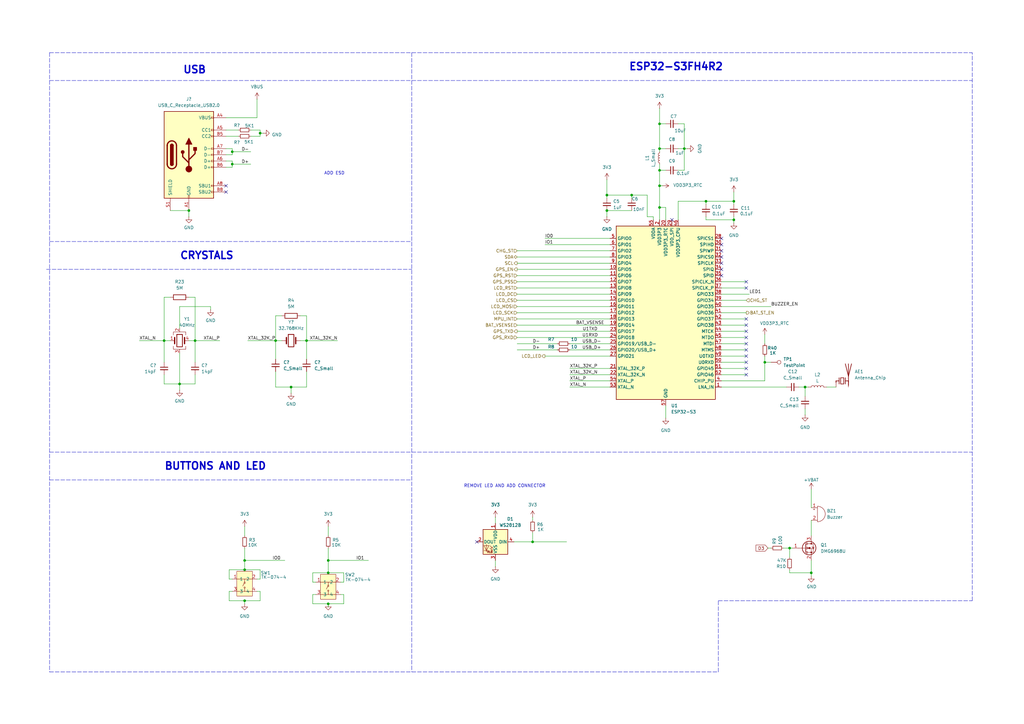
<source format=kicad_sch>
(kicad_sch (version 20231120) (generator "eeschema") (generator_version "8.0")
  (paper "A3")
  (lib_symbols
    (symbol "Connector:TestPoint" (pin_numbers hide) (pin_names (offset 0.762) hide)
      (property "Reference" "TP" (at 0 6.858 0))
      (property "Value" "TestPoint" (at 0 5.08 0))
      (symbol "TestPoint_1_1"
        (pin passive line (at 0 0 90) (length 2.54) (name "1") (number "1"))
      )
    )
    (symbol "Connector:USB_C_Receptacle_USB2.0" (pin_names (offset 1.016))
      (property "Reference" "J" (at -10.16 19.05 0))
      (property "Value" "USB_C_Receptacle_USB2.0" (at 19.05 19.05 0))
      (symbol "USB_C_Receptacle_USB2.0_1_1"
        (pin passive line (at 0 -22.86 90) (length 5.08) (name "GND") (number "A1"))
        (pin passive line (at 0 -22.86 90) (length 5.08) hide (name "GND") (number "A12"))
        (pin passive line (at 15.24 15.24 180) (length 5.08) (name "VBUS") (number "A4"))
        (pin bidirectional line (at 15.24 10.16 180) (length 5.08) (name "CC1") (number "A5"))
        (pin bidirectional line (at 15.24 -2.54 180) (length 5.08) (name "D+") (number "A6"))
        (pin bidirectional line (at 15.24 2.54 180) (length 5.08) (name "D-") (number "A7"))
        (pin bidirectional line (at 15.24 -12.7 180) (length 5.08) (name "SBU1") (number "A8"))
        (pin passive line (at 15.24 15.24 180) (length 5.08) hide (name "VBUS") (number "A9"))
        (pin passive line (at 0 -22.86 90) (length 5.08) hide (name "GND") (number "B1"))
        (pin passive line (at 0 -22.86 90) (length 5.08) hide (name "GND") (number "B12"))
        (pin passive line (at 15.24 15.24 180) (length 5.08) hide (name "VBUS") (number "B4"))
        (pin bidirectional line (at 15.24 7.62 180) (length 5.08) (name "CC2") (number "B5"))
        (pin bidirectional line (at 15.24 -5.08 180) (length 5.08) (name "D+") (number "B6"))
        (pin bidirectional line (at 15.24 0 180) (length 5.08) (name "D-") (number "B7"))
        (pin bidirectional line (at 15.24 -15.24 180) (length 5.08) (name "SBU2") (number "B8"))
        (pin passive line (at 15.24 15.24 180) (length 5.08) hide (name "VBUS") (number "B9"))
        (pin passive line (at -7.62 -22.86 90) (length 5.08) (name "SHIELD") (number "S1"))
      )
    )
    (symbol "Device:Antenna_Chip" (pin_numbers hide) (pin_names (offset 1.016) hide)
      (property "Reference" "AE" (at 0 5.08 0))
      (property "Value" "Antenna_Chip" (at 0 3.175 0))
      (symbol "Antenna_Chip_1_1"
        (pin input line (at -2.54 -2.54 90) (length 2.54) (name "FEED") (number "1"))
        (pin passive line (at 2.54 -2.54 90) (length 2.54) (name "PCB_Trace") (number "2"))
      )
    )
    (symbol "Device:Buzzer" (pin_names (offset 0.0254) hide)
      (property "Reference" "BZ" (at 3.81 1.27 0))
      (property "Value" "Buzzer" (at 3.81 -1.27 0))
      (symbol "Buzzer_1_1"
        (pin passive line (at -2.54 2.54 0) (length 2.54) (name "+") (number "1"))
        (pin passive line (at -2.54 -2.54 0) (length 2.54) (name "-") (number "2"))
      )
    )
    (symbol "Device:C_Small" (pin_numbers hide) (pin_names (offset 0.254) hide)
      (property "Reference" "C" (at 0.254 1.778 0))
      (property "Value" "C_Small" (at 0.254 -2.032 0))
      (symbol "C_Small_1_1"
        (pin passive line (at 0 2.54 270) (length 2.032) (name "~") (number "1"))
        (pin passive line (at 0 -2.54 90) (length 2.032) (name "~") (number "2"))
      )
    )
    (symbol "Device:Crystal" (pin_numbers hide) (pin_names (offset 1.016) hide)
      (property "Reference" "Y" (at 0 3.81 0))
      (property "Value" "Crystal" (at 0 -3.81 0))
      (symbol "Crystal_1_1"
        (pin passive line (at -3.81 0 0) (length 1.27) (name "1") (number "1"))
        (pin passive line (at 3.81 0 180) (length 1.27) (name "2") (number "2"))
      )
    )
    (symbol "Device:Crystal_GND23" (pin_names (offset 1.016) hide)
      (property "Reference" "Y" (at 3.175 5.08 0))
      (property "Value" "Crystal_GND23" (at 3.175 3.175 0))
      (symbol "Crystal_GND23_1_1"
        (pin passive line (at -3.81 0 0) (length 1.27) (name "1") (number "1"))
        (pin passive line (at 0 5.08 270) (length 1.27) (name "2") (number "2"))
        (pin passive line (at 0 -5.08 90) (length 1.27) (name "3") (number "3"))
        (pin passive line (at 3.81 0 180) (length 1.27) (name "4") (number "4"))
      )
    )
    (symbol "Device:L" (pin_numbers hide) (pin_names (offset 1.016) hide)
      (property "Reference" "L" (at -1.27 0 90))
      (property "Value" "L" (at 1.905 0 90))
      (symbol "L_1_1"
        (pin passive line (at 0 3.81 270) (length 1.27) (name "1") (number "1"))
        (pin passive line (at 0 -3.81 90) (length 1.27) (name "2") (number "2"))
      )
    )
    (symbol "Device:L_Small" (pin_numbers hide) (pin_names (offset 0.254) hide)
      (property "Reference" "L" (at 0.762 1.016 0))
      (property "Value" "L_Small" (at 0.762 -1.016 0))
      (symbol "L_Small_1_1"
        (pin passive line (at 0 2.54 270) (length 0.508) (name "~") (number "1"))
        (pin passive line (at 0 -2.54 90) (length 0.508) (name "~") (number "2"))
      )
    )
    (symbol "Device:R" (pin_numbers hide) (pin_names (offset 0))
      (property "Reference" "R" (at 2.032 0 90))
      (property "Value" "R" (at 0 0 90))
      (symbol "R_1_1"
        (pin passive line (at 0 3.81 270) (length 1.27) (name "~") (number "1"))
        (pin passive line (at 0 -3.81 90) (length 1.27) (name "~") (number "2"))
      )
    )
    (symbol "Device:R_Small" (pin_numbers hide) (pin_names (offset 0.254) hide)
      (property "Reference" "R" (at 0.762 0.508 0))
      (property "Value" "R_Small" (at 0.762 -1.016 0))
      (symbol "R_Small_1_1"
        (pin passive line (at 0 2.54 270) (length 0.762) (name "~") (number "1"))
        (pin passive line (at 0 -2.54 90) (length 0.762) (name "~") (number "2"))
      )
    )
    (symbol "LED:WS2812B" (pin_names (offset 0.254))
      (property "Reference" "D" (at 5.08 5.715 0))
      (property "Value" "WS2812B" (at 1.27 -5.715 0))
      (symbol "WS2812B_0_0"
        (text "RGB" (at 2.286 -4.191 0) (effects (font (size 0.762 0.762))))
      )
      (symbol "WS2812B_1_1"
        (pin power_in line (at 0 7.62 270) (length 2.54) (name "VDD") (number "1"))
        (pin output line (at 7.62 0 180) (length 2.54) (name "DOUT") (number "2"))
        (pin power_in line (at 0 -7.62 90) (length 2.54) (name "VSS") (number "3"))
        (pin input line (at -7.62 0 0) (length 2.54) (name "DIN") (number "4"))
      )
    )
    (symbol "MCU_Espressif:ESP32-S3"
      (property "Reference" "U" (at 10.16 -38.1 0))
      (property "Value" "ESP32-S3" (at 13.97 -40.64 0))
      (symbol "ESP32-S3_1_0"
        (pin bidirectional line (at 22.86 12.7 180) (length 2.54) (name "SPICLK_N") (number "36"))
        (pin bidirectional line (at 22.86 -10.16 180) (length 2.54) (name "MTDO") (number "45"))
        (pin bidirectional line (at 22.86 -22.86 180) (length 2.54) (name "GPIO45") (number "51"))
        (pin passive line (at -5.08 38.1 270) (length 2.54) hide (name "VDDA") (number "56"))
      )
      (symbol "ESP32-S3_1_1"
        (pin bidirectional line (at 22.86 -30.48 180) (length 2.54) (name "LNA_IN") (number "1"))
        (pin bidirectional line (at -22.86 17.78 0) (length 2.54) (name "GPIO5") (number "10"))
        (pin bidirectional line (at -22.86 15.24 0) (length 2.54) (name "GPIO6") (number "11"))
        (pin bidirectional line (at -22.86 12.7 0) (length 2.54) (name "GPIO7") (number "12"))
        (pin bidirectional line (at -22.86 10.16 0) (length 2.54) (name "GPIO8") (number "13"))
        (pin bidirectional line (at -22.86 7.62 0) (length 2.54) (name "GPIO9") (number "14"))
        (pin bidirectional line (at -22.86 5.08 0) (length 2.54) (name "GPIO10") (number "15"))
        (pin bidirectional line (at -22.86 2.54 0) (length 2.54) (name "GPIO11") (number "16"))
        (pin bidirectional line (at -22.86 0 0) (length 2.54) (name "GPIO12") (number "17"))
        (pin bidirectional line (at -22.86 -2.54 0) (length 2.54) (name "GPIO13") (number "18"))
        (pin bidirectional line (at -22.86 -5.08 0) (length 2.54) (name "GPIO14") (number "19"))
        (pin power_in line (at -2.54 38.1 270) (length 2.54) (name "VDD3P3") (number "2"))
        (pin power_in line (at 0 38.1 270) (length 2.54) (name "VDD3P3_RTC") (number "20"))
        (pin passive line (at -22.86 -22.86 0) (length 2.54) (name "XTAL_32K_P") (number "21"))
        (pin passive line (at -22.86 -25.4 0) (length 2.54) (name "XTAL_32K_N") (number "22"))
        (pin bidirectional line (at -22.86 -7.62 0) (length 2.54) (name "GPIO17") (number "23"))
        (pin bidirectional line (at -22.86 -10.16 0) (length 2.54) (name "GPIO18") (number "24"))
        (pin bidirectional line (at -22.86 -12.7 0) (length 2.54) (name "GPIO19/USB_D-") (number "25"))
        (pin bidirectional line (at -22.86 -15.24 0) (length 2.54) (name "GPIO20/USB_D+") (number "26"))
        (pin bidirectional line (at -22.86 -17.78 0) (length 2.54) (name "GPIO21") (number "27"))
        (pin bidirectional line (at 22.86 30.48 180) (length 2.54) (name "SPICS1") (number "28"))
        (pin power_in line (at 2.54 38.1 270) (length 2.54) (name "VDD_SPI") (number "29"))
        (pin passive line (at -2.54 38.1 270) (length 2.54) hide (name "VDD3P3") (number "3"))
        (pin bidirectional line (at 22.86 27.94 180) (length 2.54) (name "SPIHD") (number "30"))
        (pin bidirectional line (at 22.86 25.4 180) (length 2.54) (name "SPIWP") (number "31"))
        (pin bidirectional line (at 22.86 22.86 180) (length 2.54) (name "SPICS0") (number "32"))
        (pin bidirectional line (at 22.86 20.32 180) (length 2.54) (name "SPICLK") (number "33"))
        (pin bidirectional line (at 22.86 17.78 180) (length 2.54) (name "SPIQ") (number "34"))
        (pin bidirectional line (at 22.86 15.24 180) (length 2.54) (name "SPID") (number "35"))
        (pin bidirectional line (at 22.86 10.16 180) (length 2.54) (name "SPICLK_P") (number "37"))
        (pin bidirectional line (at 22.86 7.62 180) (length 2.54) (name "GPIO33") (number "38"))
        (pin bidirectional line (at 22.86 5.08 180) (length 2.54) (name "GPIO34") (number "39"))
        (pin input line (at 22.86 -27.94 180) (length 2.54) (name "CHIP_PU") (number "4"))
        (pin bidirectional line (at 22.86 2.54 180) (length 2.54) (name "GPIO35") (number "40"))
        (pin bidirectional line (at 22.86 0 180) (length 2.54) (name "GPIO36") (number "41"))
        (pin bidirectional line (at 22.86 -2.54 180) (length 2.54) (name "GPIO37") (number "42"))
        (pin bidirectional line (at 22.86 -5.08 180) (length 2.54) (name "GPIO38") (number "43"))
        (pin bidirectional line (at 22.86 -7.62 180) (length 2.54) (name "MTCK") (number "44"))
        (pin power_in line (at 5.08 38.1 270) (length 2.54) (name "VDD3P3_CPU") (number "46"))
        (pin bidirectional line (at 22.86 -12.7 180) (length 2.54) (name "MTDI") (number "47"))
        (pin bidirectional line (at 22.86 -15.24 180) (length 2.54) (name "MTMS") (number "48"))
        (pin bidirectional line (at 22.86 -17.78 180) (length 2.54) (name "U0TXD") (number "49"))
        (pin bidirectional line (at -22.86 30.48 0) (length 2.54) (name "GPIO0") (number "5"))
        (pin bidirectional line (at 22.86 -20.32 180) (length 2.54) (name "U0RXD") (number "50"))
        (pin bidirectional line (at 22.86 -25.4 180) (length 2.54) (name "GPIO46") (number "52"))
        (pin output line (at -22.86 -30.48 0) (length 2.54) (name "XTAL_N") (number "53"))
        (pin input line (at -22.86 -27.94 0) (length 2.54) (name "XTAL_P") (number "54"))
        (pin power_in line (at -5.08 38.1 270) (length 2.54) (name "VDDA") (number "55"))
        (pin power_in line (at 0 -38.1 90) (length 2.54) (name "GND") (number "57"))
        (pin bidirectional line (at -22.86 27.94 0) (length 2.54) (name "GPIO1") (number "6"))
        (pin bidirectional line (at -22.86 25.4 0) (length 2.54) (name "GPIO2") (number "7"))
        (pin bidirectional line (at -22.86 22.86 0) (length 2.54) (name "GPIO3") (number "8"))
        (pin bidirectional line (at -22.86 20.32 0) (length 2.54) (name "GPIO4") (number "9"))
      )
    )
    (symbol "OLED_WATCH-rescue:GND-power" (power) (pin_names (offset 0))
      (property "Value" "power_GND" (at 0 -3.81 0))
      (symbol "GND-power_1_1"
        (pin power_in line (at 0 0 270) (length 0) hide (name "GND") (number "1"))
      )
    )
    (symbol "SWITCH:Tact_Switch-TK-074-4"
      (property "Reference" "SW" (at -2.286 8.636 0))
      (property "Value" "TK-074-4" (at 1.524 6.858 0))
      (symbol "Tact_Switch-TK-074-4_0_1"
        (pin passive line (at -5.08 2.54 0) (length 2.54) (name "1") (number "1"))
        (pin passive line (at 5.08 2.54 180) (length 2.54) (name "2") (number "2"))
        (pin passive line (at -5.08 -2.54 0) (length 2.54) (name "3") (number "3"))
        (pin passive line (at 5.08 -2.54 180) (length 2.54) (name "4") (number "4"))
      )
    )
    (symbol "Transistor_FET:DMG2302U" (pin_names hide)
      (property "Reference" "Q" (at 5.08 1.905 0))
      (property "Value" "DMG2302U" (at 5.08 0 0))
      (symbol "DMG2302U_1_1"
        (pin input line (at -5.08 0 0) (length 2.54) (name "G") (number "1"))
        (pin passive line (at 2.54 -5.08 90) (length 2.54) (name "S") (number "2"))
        (pin passive line (at 2.54 5.08 270) (length 2.54) (name "D") (number "3"))
      )
    )
    (symbol "power:+5V" (power) (pin_numbers hide) (pin_names (offset 0) hide)
      (property "Value" "+5V" (at 0 3.556 0))
      (symbol "+5V_1_1"
        (pin power_in line (at 0 0 90) (length 0) (name "~") (number "1"))
      )
    )
    (symbol "power:GND" (power) (pin_numbers hide) (pin_names (offset 0) hide)
      (property "Value" "GND" (at 0 -3.81 0))
      (symbol "GND_1_1"
        (pin power_in line (at 0 0 270) (length 0) (name "~") (number "1"))
      )
    )
    (symbol "power:VBUS" (power) (pin_numbers hide) (pin_names (offset 0) hide)
      (property "Value" "VBUS" (at 0 3.556 0))
      (symbol "VBUS_1_1"
        (pin power_in line (at 0 0 90) (length 0) (name "~") (number "1"))
      )
    )
    (symbol "power:VDC" (power) (pin_numbers hide) (pin_names (offset 0) hide)
      (property "Value" "VDC" (at 0 3.556 0))
      (symbol "VDC_1_1"
        (pin power_in line (at 0 0 90) (length 0) (name "~") (number "1"))
      )
    )
  )
  (junction (at 67.31 139.7))
  (junction (at 280.67 60.96))
  (junction (at 259.08 80.01))
  (junction (at 134.62 234.95))
  (junction (at 248.92 80.01))
  (junction (at 300.99 90.17))
  (junction (at 100.33 229.87))
  (junction (at 134.62 229.87))
  (junction (at 289.56 82.55))
  (junction (at 330.2 158.75))
  (junction (at 119.38 158.75))
  (junction (at 73.66 157.48))
  (junction (at 270.51 69.85))
  (junction (at 218.44 222.25))
  (junction (at 80.01 139.7))
  (junction (at 100.33 246.38))
  (junction (at 106.68 54.61))
  (junction (at 332.74 234.95))
  (junction (at 270.51 76.2))
  (junction (at 113.03 139.7))
  (junction (at 95.25 67.31))
  (junction (at 134.62 247.65))
  (junction (at 77.47 86.36))
  (junction (at 323.85 224.79))
  (junction (at 270.51 60.96))
  (junction (at 270.51 50.8))
  (junction (at 300.99 82.55))
  (junction (at 95.25 62.23))
  (junction (at 313.69 148.59))
  (junction (at 125.73 139.7))
  (junction (at 248.92 86.36))
  (junction (at 100.33 233.68))
  (junction (at 270.51 85.09))
  (no_connect (at 295.91 102.87))
  (no_connect (at 92.71 76.2))
  (no_connect (at 295.91 110.49))
  (no_connect (at 306.07 118.11))
  (no_connect (at 306.07 146.05))
  (no_connect (at 295.91 113.03))
  (no_connect (at 306.07 133.35))
  (no_connect (at 295.91 105.41))
  (no_connect (at 295.91 107.95))
  (no_connect (at 306.07 153.67))
  (no_connect (at 306.07 143.51))
  (no_connect (at 306.07 138.43))
  (no_connect (at 295.91 100.33))
  (no_connect (at 275.59 90.17))
  (no_connect (at 195.58 222.25))
  (no_connect (at 306.07 151.13))
  (no_connect (at 306.07 130.81))
  (no_connect (at 306.07 140.97))
  (no_connect (at 306.07 115.57))
  (no_connect (at 306.07 148.59))
  (no_connect (at 92.71 78.74))
  (no_connect (at 295.91 97.79))
  (no_connect (at 306.07 135.89))
  (wire (pts (xy 323.85 228.6) (xy 323.85 224.79)))
  (wire (pts (xy 295.91 135.89) (xy 306.07 135.89)))
  (wire (pts (xy 100.33 224.79) (xy 100.33 229.87)))
  (polyline (pts (xy 19.05 110.49) (xy 168.91 110.49)) (stroke (width 0) (type dash)))
  (wire (pts (xy 80.01 139.7) (xy 90.17 139.7)))
  (wire (pts (xy 100.33 229.87) (xy 100.33 233.68)))
  (wire (pts (xy 57.15 139.7) (xy 67.31 139.7)))
  (polyline (pts (xy 294.64 246.38) (xy 398.78 246.38)) (stroke (width 0) (type dash)))
  (wire (pts (xy 295.91 120.65) (xy 307.34 120.65)))
  (wire (pts (xy 139.7 238.76) (xy 140.97 238.76)))
  (wire (pts (xy 289.56 90.17) (xy 289.56 88.9)))
  (wire (pts (xy 95.25 62.23) (xy 102.87 62.23)))
  (wire (pts (xy 128.27 247.65) (xy 134.62 247.65)))
  (wire (pts (xy 67.31 153.67) (xy 67.31 157.48)))
  (wire (pts (xy 80.01 139.7) (xy 80.01 148.59)))
  (wire (pts (xy 139.7 243.84) (xy 140.97 243.84)))
  (wire (pts (xy 233.68 156.21) (xy 250.19 156.21)))
  (wire (pts (xy 233.68 151.13) (xy 250.19 151.13)))
  (polyline (pts (xy 20.32 21.59) (xy 397.51 21.59)) (stroke (width 0) (type dash)))
  (wire (pts (xy 113.03 139.7) (xy 113.03 147.32)))
  (wire (pts (xy 295.91 118.11) (xy 306.07 118.11)))
  (wire (pts (xy 106.68 54.61) (xy 106.68 55.88)))
  (wire (pts (xy 259.08 80.01) (xy 248.92 80.01)))
  (wire (pts (xy 259.08 80.01) (xy 259.08 81.28)))
  (wire (pts (xy 212.09 135.89) (xy 250.19 135.89)))
  (wire (pts (xy 113.03 158.75) (xy 119.38 158.75)))
  (wire (pts (xy 295.91 146.05) (xy 306.07 146.05)))
  (wire (pts (xy 313.69 146.05) (xy 313.69 148.59)))
  (wire (pts (xy 295.91 123.19) (xy 306.07 123.19)))
  (wire (pts (xy 73.66 134.62) (xy 73.66 125.73)))
  (wire (pts (xy 278.13 69.85) (xy 280.67 69.85)))
  (wire (pts (xy 339.09 158.75) (xy 342.9 158.75)))
  (wire (pts (xy 106.68 55.88) (xy 102.87 55.88)))
  (wire (pts (xy 77.47 139.7) (xy 80.01 139.7)))
  (wire (pts (xy 270.51 85.09) (xy 270.51 90.17)))
  (wire (pts (xy 100.33 246.38) (xy 100.33 247.65)))
  (wire (pts (xy 128.27 238.76) (xy 129.54 238.76)))
  (wire (pts (xy 321.31 224.79) (xy 323.85 224.79)))
  (wire (pts (xy 116.84 229.87) (xy 100.33 229.87)))
  (polyline (pts (xy 397.51 21.59) (xy 398.78 21.59)) (stroke (width 0) (type dash)))
  (wire (pts (xy 140.97 238.76) (xy 140.97 234.95)))
  (polyline (pts (xy 20.32 196.85) (xy 168.91 196.85)) (stroke (width 0) (type dash)))
  (wire (pts (xy 295.91 140.97) (xy 306.07 140.97)))
  (wire (pts (xy 106.68 237.49) (xy 106.68 233.68)))
  (wire (pts (xy 223.52 97.79) (xy 250.19 97.79)))
  (wire (pts (xy 128.27 234.95) (xy 134.62 234.95)))
  (wire (pts (xy 140.97 243.84) (xy 140.97 247.65)))
  (polyline (pts (xy 20.32 275.59) (xy 294.64 275.59)) (stroke (width 0) (type dash)))
  (wire (pts (xy 212.09 140.97) (xy 228.6 140.97)))
  (wire (pts (xy 300.99 83.82) (xy 300.99 82.55)))
  (wire (pts (xy 314.96 224.79) (xy 316.23 224.79)))
  (wire (pts (xy 212.09 123.19) (xy 250.19 123.19)))
  (wire (pts (xy 212.09 130.81) (xy 250.19 130.81)))
  (wire (pts (xy 289.56 82.55) (xy 300.99 82.55)))
  (wire (pts (xy 332.74 200.66) (xy 332.74 208.28)))
  (polyline (pts (xy 20.32 33.02) (xy 398.78 33.02)) (stroke (width 0) (type dash)))
  (wire (pts (xy 270.51 69.85) (xy 270.51 76.2)))
  (wire (pts (xy 92.71 63.5) (xy 95.25 63.5)))
  (wire (pts (xy 267.97 88.9) (xy 267.97 90.17)))
  (wire (pts (xy 278.13 82.55) (xy 278.13 90.17)))
  (wire (pts (xy 270.51 69.85) (xy 270.51 67.31)))
  (wire (pts (xy 95.25 60.96) (xy 95.25 62.23)))
  (polyline (pts (xy 20.32 185.42) (xy 398.78 185.42)) (stroke (width 0) (type dash)))
  (wire (pts (xy 119.38 158.75) (xy 119.38 161.29)))
  (wire (pts (xy 86.36 125.73) (xy 86.36 127)))
  (wire (pts (xy 265.43 80.01) (xy 259.08 80.01)))
  (wire (pts (xy 295.91 153.67) (xy 306.07 153.67)))
  (wire (pts (xy 67.31 139.7) (xy 69.85 139.7)))
  (wire (pts (xy 203.2 212.09) (xy 203.2 214.63)))
  (wire (pts (xy 313.69 137.16) (xy 313.69 140.97)))
  (wire (pts (xy 278.13 82.55) (xy 289.56 82.55)))
  (wire (pts (xy 313.69 148.59) (xy 313.69 156.21)))
  (wire (pts (xy 105.41 48.26) (xy 105.41 40.64)))
  (wire (pts (xy 289.56 90.17) (xy 300.99 90.17)))
  (wire (pts (xy 212.09 110.49) (xy 250.19 110.49)))
  (wire (pts (xy 300.99 90.17) (xy 300.99 88.9)))
  (wire (pts (xy 270.51 50.8) (xy 270.51 60.96)))
  (wire (pts (xy 212.09 138.43) (xy 250.19 138.43)))
  (wire (pts (xy 218.44 212.09) (xy 218.44 213.36)))
  (wire (pts (xy 212.09 125.73) (xy 250.19 125.73)))
  (wire (pts (xy 330.2 158.75) (xy 331.47 158.75)))
  (wire (pts (xy 289.56 82.55) (xy 289.56 83.82)))
  (wire (pts (xy 125.73 139.7) (xy 125.73 147.32)))
  (wire (pts (xy 270.51 85.09) (xy 273.05 85.09)))
  (wire (pts (xy 248.92 80.01) (xy 248.92 81.28)))
  (polyline (pts (xy 20.32 21.59) (xy 20.32 275.59)) (stroke (width 0) (type dash)))
  (wire (pts (xy 218.44 222.25) (xy 218.44 218.44)))
  (wire (pts (xy 140.97 234.95) (xy 134.62 234.95)))
  (wire (pts (xy 134.62 215.9) (xy 134.62 219.71)))
  (wire (pts (xy 270.51 62.23) (xy 270.51 60.96)))
  (wire (pts (xy 73.66 144.78) (xy 73.66 157.48)))
  (polyline (pts (xy 168.91 21.59) (xy 168.91 275.59)) (stroke (width 0) (type dash)))
  (wire (pts (xy 278.13 50.8) (xy 280.67 50.8)))
  (wire (pts (xy 273.05 90.17) (xy 273.05 85.09)))
  (wire (pts (xy 95.25 67.31) (xy 102.87 67.31)))
  (wire (pts (xy 271.78 76.2) (xy 270.51 76.2)))
  (wire (pts (xy 212.09 107.95) (xy 250.19 107.95)))
  (wire (pts (xy 95.25 237.49) (xy 93.98 237.49)))
  (wire (pts (xy 295.91 138.43) (xy 306.07 138.43)))
  (wire (pts (xy 332.74 213.36) (xy 332.74 219.71)))
  (wire (pts (xy 212.09 143.51) (xy 228.6 143.51)))
  (wire (pts (xy 125.73 129.54) (xy 125.73 139.7)))
  (wire (pts (xy 100.33 246.38) (xy 106.68 246.38)))
  (wire (pts (xy 295.91 151.13) (xy 306.07 151.13)))
  (wire (pts (xy 92.71 60.96) (xy 95.25 60.96)))
  (wire (pts (xy 67.31 139.7) (xy 67.31 148.59)))
  (polyline (pts (xy 398.78 246.38) (xy 398.78 21.59)) (stroke (width 0) (type dash)))
  (wire (pts (xy 69.85 86.36) (xy 77.47 86.36)))
  (wire (pts (xy 92.71 53.34) (xy 97.79 53.34)))
  (wire (pts (xy 270.51 44.45) (xy 270.51 50.8)))
  (wire (pts (xy 223.52 146.05) (xy 250.19 146.05)))
  (wire (pts (xy 327.66 158.75) (xy 330.2 158.75)))
  (wire (pts (xy 113.03 139.7) (xy 115.57 139.7)))
  (wire (pts (xy 265.43 88.9) (xy 267.97 88.9)))
  (wire (pts (xy 77.47 86.36) (xy 77.47 88.9)))
  (wire (pts (xy 323.85 234.95) (xy 332.74 234.95)))
  (wire (pts (xy 73.66 157.48) (xy 80.01 157.48)))
  (wire (pts (xy 100.33 215.9) (xy 100.33 219.71)))
  (wire (pts (xy 113.03 139.7) (xy 113.03 129.54)))
  (wire (pts (xy 123.19 139.7) (xy 125.73 139.7)))
  (wire (pts (xy 119.38 158.75) (xy 125.73 158.75)))
  (wire (pts (xy 106.68 54.61) (xy 107.95 54.61)))
  (wire (pts (xy 270.51 69.85) (xy 273.05 69.85)))
  (wire (pts (xy 212.09 133.35) (xy 250.19 133.35)))
  (wire (pts (xy 295.91 115.57) (xy 306.07 115.57)))
  (wire (pts (xy 134.62 229.87) (xy 134.62 234.95)))
  (wire (pts (xy 80.01 121.92) (xy 80.01 139.7)))
  (wire (pts (xy 203.2 229.87) (xy 203.2 232.41)))
  (wire (pts (xy 95.25 68.58) (xy 92.71 68.58)))
  (wire (pts (xy 248.92 86.36) (xy 248.92 88.9)))
  (wire (pts (xy 295.91 143.51) (xy 306.07 143.51)))
  (wire (pts (xy 273.05 171.45) (xy 273.05 166.37)))
  (wire (pts (xy 223.52 100.33) (xy 250.19 100.33)))
  (wire (pts (xy 212.09 118.11) (xy 250.19 118.11)))
  (wire (pts (xy 295.91 148.59) (xy 306.07 148.59)))
  (wire (pts (xy 128.27 238.76) (xy 128.27 234.95)))
  (wire (pts (xy 92.71 48.26) (xy 105.41 48.26)))
  (wire (pts (xy 295.91 130.81) (xy 306.07 130.81)))
  (wire (pts (xy 295.91 156.21) (xy 313.69 156.21)))
  (wire (pts (xy 218.44 222.25) (xy 232.41 222.25)))
  (wire (pts (xy 233.68 158.75) (xy 250.19 158.75)))
  (wire (pts (xy 123.19 129.54) (xy 125.73 129.54)))
  (wire (pts (xy 92.71 55.88) (xy 97.79 55.88)))
  (wire (pts (xy 151.13 229.87) (xy 134.62 229.87)))
  (wire (pts (xy 125.73 152.4) (xy 125.73 158.75)))
  (wire (pts (xy 93.98 246.38) (xy 100.33 246.38)))
  (wire (pts (xy 93.98 237.49) (xy 93.98 233.68)))
  (wire (pts (xy 106.68 53.34) (xy 106.68 54.61)))
  (wire (pts (xy 323.85 233.68) (xy 323.85 234.95)))
  (wire (pts (xy 248.92 73.66) (xy 248.92 80.01)))
  (wire (pts (xy 332.74 229.87) (xy 332.74 234.95)))
  (wire (pts (xy 77.47 121.92) (xy 80.01 121.92)))
  (wire (pts (xy 273.05 60.96) (xy 270.51 60.96)))
  (wire (pts (xy 134.62 247.65) (xy 134.62 248.92)))
  (wire (pts (xy 212.09 113.03) (xy 250.19 113.03)))
  (wire (pts (xy 95.25 242.57) (xy 93.98 242.57)))
  (wire (pts (xy 295.91 125.73) (xy 316.23 125.73)))
  (wire (pts (xy 330.2 158.75) (xy 330.2 162.56)))
  (wire (pts (xy 212.09 115.57) (xy 250.19 115.57)))
  (wire (pts (xy 134.62 247.65) (xy 140.97 247.65)))
  (polyline (pts (xy 294.64 275.59) (xy 294.64 246.38)) (stroke (width 0) (type dash)))
  (wire (pts (xy 295.91 133.35) (xy 306.07 133.35)))
  (wire (pts (xy 93.98 233.68) (xy 100.33 233.68)))
  (wire (pts (xy 113.03 129.54) (xy 115.57 129.54)))
  (wire (pts (xy 210.82 222.25) (xy 218.44 222.25)))
  (wire (pts (xy 212.09 105.41) (xy 250.19 105.41)))
  (wire (pts (xy 295.91 128.27) (xy 306.07 128.27)))
  (wire (pts (xy 295.91 158.75) (xy 322.58 158.75)))
  (wire (pts (xy 93.98 242.57) (xy 93.98 246.38)))
  (wire (pts (xy 105.41 242.57) (xy 106.68 242.57)))
  (wire (pts (xy 212.09 102.87) (xy 250.19 102.87)))
  (wire (pts (xy 101.6 139.7) (xy 113.03 139.7)))
  (wire (pts (xy 106.68 233.68) (xy 100.33 233.68)))
  (wire (pts (xy 280.67 69.85) (xy 280.67 60.96)))
  (wire (pts (xy 125.73 139.7) (xy 138.43 139.7)))
  (wire (pts (xy 95.25 62.23) (xy 95.25 63.5)))
  (wire (pts (xy 270.51 76.2) (xy 270.51 85.09)))
  (wire (pts (xy 300.99 78.74) (xy 300.99 82.55)))
  (wire (pts (xy 69.85 121.92) (xy 67.31 121.92)))
  (wire (pts (xy 233.68 143.51) (xy 250.19 143.51)))
  (wire (pts (xy 212.09 128.27) (xy 250.19 128.27)))
  (wire (pts (xy 73.66 157.48) (xy 73.66 160.02)))
  (wire (pts (xy 80.01 153.67) (xy 80.01 157.48)))
  (wire (pts (xy 248.92 86.36) (xy 259.08 86.36)))
  (wire (pts (xy 113.03 152.4) (xy 113.03 158.75)))
  (wire (pts (xy 280.67 60.96) (xy 281.94 60.96)))
  (wire (pts (xy 67.31 157.48) (xy 73.66 157.48)))
  (wire (pts (xy 265.43 80.01) (xy 265.43 88.9)))
  (wire (pts (xy 128.27 243.84) (xy 129.54 243.84)))
  (wire (pts (xy 323.85 224.79) (xy 325.12 224.79)))
  (wire (pts (xy 102.87 53.34) (xy 106.68 53.34)))
  (wire (pts (xy 332.74 236.22) (xy 332.74 234.95)))
  (wire (pts (xy 95.25 66.04) (xy 95.25 67.31)))
  (wire (pts (xy 134.62 224.79) (xy 134.62 229.87)))
  (wire (pts (xy 300.99 91.44) (xy 300.99 90.17)))
  (wire (pts (xy 330.2 167.64) (xy 330.2 170.18)))
  (wire (pts (xy 316.23 148.59) (xy 313.69 148.59)))
  (wire (pts (xy 106.68 242.57) (xy 106.68 246.38)))
  (wire (pts (xy 273.05 50.8) (xy 270.51 50.8)))
  (wire (pts (xy 95.25 67.31) (xy 95.25 68.58)))
  (wire (pts (xy 73.66 125.73) (xy 86.36 125.73)))
  (wire (pts (xy 105.41 237.49) (xy 106.68 237.49)))
  (wire (pts (xy 67.31 121.92) (xy 67.31 139.7)))
  (wire (pts (xy 212.09 120.65) (xy 250.19 120.65)))
  (wire (pts (xy 278.13 60.96) (xy 280.67 60.96)))
  (wire (pts (xy 280.67 50.8) (xy 280.67 60.96)))
  (wire (pts (xy 233.68 140.97) (xy 250.19 140.97)))
  (wire (pts (xy 128.27 243.84) (xy 128.27 247.65)))
  (wire (pts (xy 233.68 153.67) (xy 250.19 153.67)))
  (wire (pts (xy 92.71 66.04) (xy 95.25 66.04)))
  (polyline (pts (xy 20.32 99.06) (xy 168.91 99.06)) (stroke (width 0) (type dash)))
  (text "USB" (at 74.93 30.48 0) (effects (font (size 3 3) (bold yes)) (justify left bottom)))
  (text "CRYSTALS" (at 73.66 106.68 0) (effects (font (size 3 3) (bold yes)) (justify left bottom)))
  (text "BUTTONS AND LED" (at 67.31 193.04 0) (effects (font (size 3 3) (bold yes)) (justify left bottom)))
  (text "ESP32-S3FH4R2" (at 257.81 29.21 0) (effects (font (size 3 3) (bold yes)) (justify left bottom)))
  (text "REMOVE LED AND ADD CONNECTOR\n" (at 207.01 199.39 0) (effects (font (size 1.27 1.27))))
  (text "ADD ESD\n" (at 137.16 71.12 0) (effects (font (size 1.27 1.27))))
  (label "IO0" (at 111.76 229.87 0))
  (label "XTAL_32K_N" (at 233.68 153.67 0))
  (label "XTAL_N" (at 57.15 139.7 0))
  (label "USB_D-" (at 238.76 140.97 0))
  (label "IO1" (at 146.05 229.87 0))
  (label "BAT_VSENSE" (at 236.22 133.35 0))
  (label "XTAL_32K_P" (at 233.68 151.13 0))
  (label "IO1" (at 223.52 100.33 0))
  (label "USB_D+" (at 238.76 143.51 0))
  (label "IO0" (at 223.52 97.79 0))
  (label "D-" (at 218.44 140.97 0))
  (label "XTAL_32K_N" (at 138.43 139.7 180))
  (label "U1TXD" (at 245.11 135.89 180))
  (label "XTAL_P" (at 90.17 139.7 180))
  (label "D+" (at 99.06 67.31 0))
  (label "D-" (at 99.06 62.23 0))
  (label "D+" (at 218.44 143.51 0))
  (label "U1RXD" (at 238.76 138.43 0))
  (label "XTAL_32K_P" (at 101.6 139.7 0))
  (label "XTAL_N" (at 233.68 158.75 0))
  (label "XTAL_P" (at 233.68 156.21 0))
  (label "LED1" (at 307.34 120.65 0))
  (label "BUZZER_EN" (at 316.23 125.73 0))
  (global_label "D3" (shape input) (at 314.96 224.79 180) (property "Intersheetrefs" "${INTERSHEET_REFS}" (effects (hide yes))))
  (hierarchical_label "GPS_RXD" (shape input) (at 212.09 138.43 180))
  (hierarchical_label "GPS_TXD" (shape output) (at 212.09 135.89 180))
  (hierarchical_label "BAT_VSENSE" (shape input) (at 212.09 133.35 180))
  (hierarchical_label "GPS_PSS" (shape input) (at 212.09 115.57 180))
  (hierarchical_label "CHG_ST" (shape input) (at 212.09 102.87 180))
  (hierarchical_label "SCL" (shape output) (at 212.09 107.95 180))
  (hierarchical_label "MPU_INT" (shape input) (at 212.09 130.81 180))
  (hierarchical_label "LCD_SCK" (shape input) (at 212.09 128.27 180))
  (hierarchical_label "SDA" (shape bidirectional) (at 212.09 105.41 180))
  (hierarchical_label "LCD_CS" (shape input) (at 212.09 123.19 180))
  (hierarchical_label "GPS_EN" (shape output) (at 212.09 110.49 180))
  (hierarchical_label "LCD_DC" (shape input) (at 212.09 120.65 180))
  (hierarchical_label "LCD_LED" (shape output) (at 223.52 146.05 180))
  (hierarchical_label "BAT_ST_EN" (shape output) (at 306.07 128.27 0))
  (hierarchical_label "CHG_ST" (shape input) (at 306.07 123.19 0))
  (hierarchical_label "LCD_RST" (shape input) (at 212.09 118.11 180))
  (hierarchical_label "LCD_MOSI" (shape input) (at 212.09 125.73 180))
  (hierarchical_label "GPS_RST" (shape input) (at 212.09 113.03 180))
  (symbol (lib_id "Connector:USB_C_Receptacle_USB2.0") (at 77.47 63.5 0) (unit 1)
    (property "Reference" "J?" (at 77.47 40.64 0))
    (property "Value" "USB_C_Receptacle_USB2.0" (at 77.47 43.18 0))
    (property "Footprint" "Connector_USB:USB_C_Receptacle_G-Switch_GT-USB-7010ASV" (effects (hide yes)))
    (property "Datasheet" "https://www.usb.org/sites/default/files/documents/usb_type-c.zip" (effects (hide yes)))
    (instances (project "BEEWATCH" (path "" (reference "J?") (unit 1)) (path "" (reference "J1") (unit 1))))
  )
  (symbol (lib_id "Transistor_FET:DMG2302U") (at 330.2 224.79 0) (unit 1)
    (property "Reference" "Q1" (at 336.55 223.5199 0) (effects (justify left)))
    (property "Value" "DMG6968U" (at 336.55 226.0599 0) (effects (justify left)))
    (property "Footprint" "Package_TO_SOT_SMD:SOT-23" (effects (hide yes)))
    (property "Datasheet" "http://www.diodes.com/assets/Datasheets/DMG2302U.pdf" (effects (hide yes)))
    (property "Description" "4.2A Id, 20V Vds, N-Channel MOSFET, SOT-23" (effects (hide yes)))
  )
  (symbol (lib_id "SWITCH:Tact_Switch-TK-074-4") (at 134.62 241.3 0) (unit 1)
    (property "Reference" "SW2" (at 143.51 235.712 0))
    (property "Value" "TK-074-4" (at 146.812 237.744 0))
    (property "Footprint" "Project:Tact Switch-TK-074-4 Pin SMD" (effects (hide yes)))
    (property "Datasheet" "https://robu.in/product/tact-switch-tk-074-4-pin-smd/" (effects (hide yes)))
  )
  (symbol (lib_id "Device:C_Small") (at 300.99 86.36 0) (unit 1)
    (property "Reference" "C11" (at 303.784 85.344 0) (effects (justify left)))
    (property "Value" "0.1uF" (at 303.53 87.6362 0) (effects (justify left)))
    (property "Footprint" "Capacitor_SMD:C_0603_1608Metric" (effects (hide yes)))
    (property "Description" "Unpolarized capacitor, small symbol" (effects (hide yes)))
  )
  (symbol (lib_id "power:GND") (at 107.95 54.61 90) (unit 1)
    (property "Reference" "#PWR?" (effects (hide yes)))
    (property "Value" "GND" (at 111.506 55.245 90) (effects (justify right)))
    (property "Description" "Power symbol creates a global label with name \"GND\" , ground" (effects (hide yes)))
    (instances (project "BEEWATCH" (path "" (reference "#PWR?") (unit 1)) (path "" (reference "#PWR07") (unit 1))))
  )
  (symbol (lib_id "Device:R_Small") (at 134.62 222.25 0) (mirror x) (unit 1)
    (property "Reference" "R5" (at 137.668 221.488 0))
    (property "Value" "10K" (at 137.922 223.52 0))
    (property "Footprint" "Resistor_SMD:R_0402_1005Metric" (effects (hide yes)))
    (property "Description" "Resistor, small symbol" (effects (hide yes)))
  )
  (symbol (lib_id "power:VDC") (at 203.2 212.09 0) (mirror y) (unit 1)
    (property "Reference" "#PWR011" (effects (hide yes)))
    (property "Value" "3V3" (at 203.2 207.01 0))
    (property "Description" "Power symbol creates a global label with name \"VDC\"" (effects (hide yes)))
  )
  (symbol (lib_id "LED:WS2812B") (at 203.2 222.25 0) (mirror y) (unit 1)
    (property "Reference" "D1" (at 209.296 212.852 0))
    (property "Value" "WS2812B" (at 209.296 215.392 0))
    (property "Footprint" "Project:XL-0807RGBC-WS2812B" (effects (hide yes)))
    (property "Datasheet" "https://cdn-shop.adafruit.com/datasheets/WS2812B.pdf" (effects (hide yes)))
    (property "Description" "RGB LED with integrated controller" (effects (hide yes)))
  )
  (symbol (lib_id "power:GND") (at 100.33 247.65 0) (mirror y) (unit 1)
    (property "Reference" "#PWR05" (effects (hide yes)))
    (property "Value" "GND" (at 100.33 252.73 0))
    (property "Description" "Power symbol creates a global label with name \"GND\" , ground" (effects (hide yes)))
  )
  (symbol (lib_id "Device:R") (at 73.66 121.92 90) (unit 1)
    (property "Reference" "R23" (at 73.66 115.57 90))
    (property "Value" "5M" (at 73.66 118.11 90))
    (property "Footprint" "Resistor_SMD:R_0402_1005Metric" (effects (hide yes)))
    (property "Description" "Resistor" (effects (hide yes)))
  )
  (symbol (lib_id "Device:Antenna_Chip") (at 345.44 156.21 0) (unit 1)
    (property "Reference" "AE1" (at 350.52 152.3999 0) (effects (justify left)))
    (property "Value" "Antenna_Chip" (at 350.52 154.9399 0) (effects (justify left)))
    (property "Description" "Ceramic chip antenna with pin for PCB trace" (effects (hide yes)))
  )
  (symbol (lib_id "power:GND") (at 203.2 232.41 0) (mirror y) (unit 1)
    (property "Reference" "#PWR012" (effects (hide yes)))
    (property "Value" "GND" (at 203.2 237.49 0))
    (property "Description" "Power symbol creates a global label with name \"GND\" , ground" (effects (hide yes)))
  )
  (symbol (lib_id "power:GND") (at 73.66 160.02 0) (unit 1)
    (property "Reference" "#PWR?" (effects (hide yes)))
    (property "Value" "GND" (at 73.66 164.465 0))
    (property "Description" "Power symbol creates a global label with name \"GND\" , ground" (effects (hide yes)))
    (instances (project "BEEWATCH" (path "" (reference "#PWR?") (unit 1)) (path "" (reference "#PWR01") (unit 1))))
  )
  (symbol (lib_id "power:GND") (at 86.36 127 0) (unit 1)
    (property "Reference" "#PWR03" (effects (hide yes)))
    (property "Value" "GND" (at 86.36 131.445 0))
    (property "Description" "Power symbol creates a global label with name \"GND\" , ground" (effects (hide yes)))
  )
  (symbol (lib_id "Device:R_Small") (at 100.33 53.34 90) (unit 1)
    (property "Reference" "R?" (at 97.155 51.435 90))
    (property "Value" "5K1" (at 102.362 51.562 90))
    (property "Footprint" "Resistor_SMD:R_0402_1005Metric" (effects (hide yes)))
    (property "Description" "Resistor, small symbol" (effects (hide yes)))
    (instances (project "BEEWATCH" (path "" (reference "R?") (unit 1)) (path "" (reference "R1") (unit 1))))
  )
  (symbol (lib_id "Device:C_Small") (at 67.31 151.13 0) (mirror y) (unit 1)
    (property "Reference" "C?" (at 64.135 149.8662 0) (effects (justify left)))
    (property "Value" "14pF" (at 64.135 152.4062 0) (effects (justify left)))
    (property "Footprint" "Capacitor_SMD:C_0201_0603Metric" (effects (hide yes)))
    (property "Description" "Unpolarized capacitor, small symbol" (effects (hide yes)))
    (instances (project "BEEWATCH" (path "" (reference "C?") (unit 1)) (path "" (reference "C1") (unit 1))))
  )
  (symbol (lib_id "SWITCH:Tact_Switch-TK-074-4") (at 100.33 240.03 0) (unit 1)
    (property "Reference" "SW1" (at 108.966 234.95 0))
    (property "Value" "TK-074-4" (at 112.268 236.728 0))
    (property "Footprint" "Project:Tact Switch-TK-074-4 Pin SMD" (effects (hide yes)))
    (property "Datasheet" "https://robu.in/product/tact-switch-tk-074-4-pin-smd/" (effects (hide yes)))
  )
  (symbol (lib_id "Device:Crystal") (at 119.38 139.7 180) (unit 1)
    (property "Reference" "Y?" (at 119.38 132.08 0))
    (property "Value" "32.768KHz" (at 119.38 134.62 0))
    (property "Footprint" "Crystal:Crystal_SMD_EuroQuartz_EQ161-2Pin_3.2x1.5mm" (effects (hide yes)))
    (property "Description" "Two pin crystal" (effects (hide yes)))
    (instances (project "BEEWATCH" (path "" (reference "Y?") (unit 1)) (path "" (reference "Y2") (unit 1))))
  )
  (symbol (lib_id "Device:C_Small") (at 330.2 165.1 0) (mirror x) (unit 1)
    (property "Reference" "C13" (at 327.66 163.8235 0) (effects (justify right)))
    (property "Value" "C_Small" (at 327.66 166.3635 0) (effects (justify right)))
    (property "Footprint" "Capacitor_SMD:C_0603_1608Metric" (effects (hide yes)))
    (property "Description" "Unpolarized capacitor, small symbol" (effects (hide yes)))
  )
  (symbol (lib_id "Device:R_Small") (at 231.14 143.51 90) (unit 1)
    (property "Reference" "R8" (at 226.06 142.24 90))
    (property "Value" "10" (at 235.458 142.24 90))
    (property "Footprint" "Resistor_SMD:R_0402_1005Metric" (effects (hide yes)))
    (property "Description" "Resistor, small symbol" (effects (hide yes)))
  )
  (symbol (lib_id "MCU_Espressif:ESP32-S3") (at 273.05 128.27 0) (unit 1)
    (property "Reference" "U1" (at 275.2441 166.37 0) (effects (justify left)))
    (property "Value" "ESP32-S3" (at 275.2441 168.91 0) (effects (justify left)))
    (property "Footprint" "Package_DFN_QFN:QFN-56-1EP_7x7mm_P0.4mm_EP4x4mm" (effects (hide yes)))
    (property "Datasheet" "https://www.espressif.com/sites/default/files/documentation/esp32-s3_datasheet_en.pdf" (effects (hide yes)))
    (property "Description" "Microcontroller, Wi-Fi 802.11b/g/n, Bluetooth, 32bit" (effects (hide yes)))
  )
  (symbol (lib_id "Device:R_Small") (at 231.14 140.97 90) (unit 1)
    (property "Reference" "R7" (at 226.06 139.192 90))
    (property "Value" "10" (at 235.458 139.192 90))
    (property "Footprint" "Resistor_SMD:R_0402_1005Metric" (effects (hide yes)))
    (property "Description" "Resistor, small symbol" (effects (hide yes)))
  )
  (symbol (lib_id "Device:C_Small") (at 259.08 83.82 0) (unit 1)
    (property "Reference" "C6" (at 259.08 81.534 0) (effects (justify left)))
    (property "Value" "10nF" (at 259.588 85.852 0) (effects (justify left)))
    (property "Footprint" "Capacitor_SMD:C_0603_1608Metric" (effects (hide yes)))
    (property "Description" "Unpolarized capacitor, small symbol" (effects (hide yes)))
  )
  (symbol (lib_id "Device:R_Small") (at 100.33 55.88 90) (unit 1)
    (property "Reference" "R?" (at 97.155 58.42 90))
    (property "Value" "5K1" (at 102.108 58.166 90))
    (property "Footprint" "Resistor_SMD:R_0402_1005Metric" (effects (hide yes)))
    (property "Description" "Resistor, small symbol" (effects (hide yes)))
    (instances (project "BEEWATCH" (path "" (reference "R?") (unit 1)) (path "" (reference "R2") (unit 1))))
  )
  (symbol (lib_id "Device:L_Small") (at 270.51 64.77 180) (unit 1)
    (property "Reference" "L1" (at 265.43 64.77 90))
    (property "Value" "L_Small" (at 267.97 64.77 90))
    (property "Footprint" "Inductor_SMD:L_0402_1005Metric" (effects (hide yes)))
    (property "Description" "Inductor, small symbol" (effects (hide yes)))
  )
  (symbol (lib_id "Device:C_Small") (at 275.59 60.96 90) (unit 1)
    (property "Reference" "C8" (at 275.5963 57.15 90))
    (property "Value" "1uF" (at 280.67 62.738 90) (effects (justify left)))
    (property "Footprint" "Capacitor_SMD:C_0603_1608Metric" (effects (hide yes)))
    (property "Description" "Unpolarized capacitor, small symbol" (effects (hide yes)))
  )
  (symbol (lib_id "Device:R_Small") (at 218.44 215.9 0) (mirror x) (unit 1)
    (property "Reference" "R6" (at 221.488 215.138 0))
    (property "Value" "1K" (at 221.742 217.17 0))
    (property "Footprint" "Resistor_SMD:R_0402_1005Metric" (effects (hide yes)))
    (property "Description" "Resistor, small symbol" (effects (hide yes)))
  )
  (symbol (lib_id "power:VDC") (at 300.99 78.74 0) (unit 1)
    (property "Reference" "#PWR019" (effects (hide yes)))
    (property "Value" "3V3" (at 300.99 73.66 0))
    (property "Description" "Power symbol creates a global label with name \"VDC\"" (effects (hide yes)))
  )
  (symbol (lib_id "Device:R_Small") (at 318.77 224.79 90) (unit 1)
    (property "Reference" "R9" (at 317.6016 223.2914 0) (effects (justify left)))
    (property "Value" "100" (at 320.04 223.52 0) (effects (justify left)))
    (property "Footprint" "Resistor_SMD:R_0402_1005Metric" (effects (hide yes)))
    (property "Description" "Resistor, small symbol" (effects (hide yes)))
  )
  (symbol (lib_id "Device:C_Small") (at 125.73 149.86 0) (unit 1)
    (property "Reference" "C?" (at 128.905 148.5962 0) (effects (justify left)))
    (property "Value" "C_Small" (at 128.905 151.1362 0) (effects (justify left)))
    (property "Footprint" "Capacitor_SMD:C_0201_0603Metric" (effects (hide yes)))
    (property "Description" "Unpolarized capacitor, small symbol" (effects (hide yes)))
    (instances (project "BEEWATCH" (path "" (reference "C?") (unit 1)) (path "" (reference "C4") (unit 1))))
  )
  (symbol (lib_id "power:GND") (at 273.05 171.45 0) (unit 1)
    (property "Reference" "#PWR017" (effects (hide yes)))
    (property "Value" "GND" (at 273.05 176.53 0))
    (property "Description" "Power symbol creates a global label with name \"GND\" , ground" (effects (hide yes)))
  )
  (symbol (lib_id "Device:Buzzer") (at 335.28 210.82 0) (unit 1)
    (property "Reference" "BZ1" (at 339.09 209.5499 0) (effects (justify left)))
    (property "Value" "Buzzer" (at 339.09 212.0899 0) (effects (justify left)))
    (property "Footprint" "Project:CL9032A-CLDZ-SMD Passive Buzzer" (effects (hide yes)))
    (property "Description" "Buzzer, polarized" (effects (hide yes)))
  )
  (symbol (lib_id "power:VDC") (at 271.78 76.2 270) (unit 1)
    (property "Reference" "#PWR071" (effects (hide yes)))
    (property "Value" "VDD3P3_RTC" (at 276.098 75.946 90) (effects (justify left)))
    (property "Description" "Power symbol creates a global label with name \"VDC\"" (effects (hide yes)))
  )
  (symbol (lib_id "Device:C_Small") (at 325.12 158.75 90) (unit 1)
    (property "Reference" "C12" (at 325.1263 152.4 90))
    (property "Value" "C_Small" (at 325.1263 154.94 90))
    (property "Footprint" "Capacitor_SMD:C_0603_1608Metric" (effects (hide yes)))
    (property "Description" "Unpolarized capacitor, small symbol" (effects (hide yes)))
  )
  (symbol (lib_id "Device:R_Small") (at 100.33 222.25 0) (mirror x) (unit 1)
    (property "Reference" "R3" (at 103.378 221.488 0))
    (property "Value" "10K" (at 103.632 223.52 0))
    (property "Footprint" "Resistor_SMD:R_0402_1005Metric" (effects (hide yes)))
    (property "Description" "Resistor, small symbol" (effects (hide yes)))
  )
  (symbol (lib_id "power:GND") (at 300.99 91.44 0) (unit 1)
    (property "Reference" "#PWR020" (effects (hide yes)))
    (property "Value" "GND" (at 300.99 96.52 0))
    (property "Description" "Power symbol creates a global label with name \"GND\" , ground" (effects (hide yes)))
  )
  (symbol (lib_id "power:GND") (at 248.92 88.9 0) (unit 1)
    (property "Reference" "#PWR015" (effects (hide yes)))
    (property "Value" "GND" (at 248.92 93.98 0))
    (property "Description" "Power symbol creates a global label with name \"GND\" , ground" (effects (hide yes)))
  )
  (symbol (lib_id "power:VDC") (at 134.62 215.9 0) (mirror y) (unit 1)
    (property "Reference" "#PWR09" (effects (hide yes)))
    (property "Value" "3V3" (at 134.62 210.82 0))
    (property "Description" "Power symbol creates a global label with name \"VDC\"" (effects (hide yes)))
  )
  (symbol (lib_id "power:GND") (at 119.38 161.29 0) (unit 1)
    (property "Reference" "#PWR?" (effects (hide yes)))
    (property "Value" "GND" (at 119.38 165.735 0))
    (property "Description" "Power symbol creates a global label with name \"GND\" , ground" (effects (hide yes)))
    (instances (project "BEEWATCH" (path "" (reference "#PWR?") (unit 1)) (path "" (reference "#PWR08") (unit 1))))
  )
  (symbol (lib_id "power:VBUS") (at 105.41 40.64 0) (unit 1)
    (property "Reference" "#PWR?" (effects (hide yes)))
    (property "Value" "VBUS" (at 105.41 35.56 0))
    (property "Description" "Power symbol creates a global label with name \"VBUS\"" (effects (hide yes)))
    (instances (project "BEEWATCH" (path "" (reference "#PWR?") (unit 1)) (path "" (reference "#PWR06") (unit 1))))
  )
  (symbol (lib_id "power:VDC") (at 270.51 44.45 0) (unit 1)
    (property "Reference" "#PWR016" (effects (hide yes)))
    (property "Value" "3V3" (at 270.51 39.37 0))
    (property "Description" "Power symbol creates a global label with name \"VDC\"" (effects (hide yes)))
  )
  (symbol (lib_id "Device:C_Small") (at 289.56 86.36 0) (unit 1)
    (property "Reference" "C10" (at 291.846 84.836 0) (effects (justify left)))
    (property "Value" "0.1uF" (at 292.1 87.6362 0) (effects (justify left)))
    (property "Footprint" "Capacitor_SMD:C_0603_1608Metric" (effects (hide yes)))
    (property "Description" "Unpolarized capacitor, small symbol" (effects (hide yes)))
  )
  (symbol (lib_id "power:GND") (at 330.2 170.18 0) (unit 1)
    (property "Reference" "#PWR021" (effects (hide yes)))
    (property "Value" "GND" (at 330.2 175.26 0))
    (property "Description" "Power symbol creates a global label with name \"GND\" , ground" (effects (hide yes)))
  )
  (symbol (lib_id "Device:L") (at 335.28 158.75 90) (unit 1)
    (property "Reference" "L2" (at 335.28 153.67 90))
    (property "Value" "L" (at 335.28 156.21 90))
    (property "Footprint" "Inductor_SMD:L_0402_1005Metric" (effects (hide yes)))
    (property "Description" "Inductor" (effects (hide yes)))
  )
  (symbol (lib_id "Device:R") (at 119.38 129.54 90) (unit 1)
    (property "Reference" "R4" (at 119.38 123.19 90))
    (property "Value" "5M" (at 119.38 125.73 90))
    (property "Footprint" "Resistor_SMD:R_0402_1005Metric" (effects (hide yes)))
    (property "Description" "Resistor" (effects (hide yes)))
  )
  (symbol (lib_id "Device:C_Small") (at 80.01 151.13 0) (unit 1)
    (property "Reference" "C?" (at 82.55 149.8662 0) (effects (justify left)))
    (property "Value" "14pF" (at 82.55 152.4062 0) (effects (justify left)))
    (property "Footprint" "Capacitor_SMD:C_0201_0603Metric" (effects (hide yes)))
    (property "Description" "Unpolarized capacitor, small symbol" (effects (hide yes)))
    (instances (project "BEEWATCH" (path "" (reference "C?") (unit 1)) (path "" (reference "C2") (unit 1))))
  )
  (symbol (lib_id "Device:C_Small") (at 275.59 50.8 90) (unit 1)
    (property "Reference" "C7" (at 277.622 47.752 90) (effects (justify left)))
    (property "Value" "10uF" (at 276.606 53.594 90) (effects (justify right)))
    (property "Footprint" "Capacitor_SMD:C_0603_1608Metric" (effects (hide yes)))
    (property "Description" "Unpolarized capacitor, small symbol" (effects (hide yes)))
  )
  (symbol (lib_id "power:GND") (at 134.62 247.65 0) (mirror y) (unit 1)
    (property "Reference" "#PWR077" (effects (hide yes)))
    (property "Value" "GND" (at 134.62 252.73 0))
    (property "Description" "Power symbol creates a global label with name \"GND\" , ground" (effects (hide yes)))
  )
  (symbol (lib_id "Connector:TestPoint") (at 316.23 148.59 270) (mirror x) (unit 1)
    (property "Reference" "TP1" (at 321.31 147.3199 90) (effects (justify left)))
    (property "Value" "TestPoint" (at 321.31 149.8599 90) (effects (justify left)))
    (property "Footprint" "TestPoint:TestPoint_Pad_D1.0mm" (effects (hide yes)))
    (property "Description" "test point" (effects (hide yes)))
  )
  (symbol (lib_id "power:VDC") (at 313.69 137.16 0) (unit 1)
    (property "Reference" "#PWR072" (effects (hide yes)))
    (property "Value" "VDD3P3_RTC" (at 311.658 132.588 0) (effects (justify left)))
    (property "Description" "Power symbol creates a global label with name \"VDC\"" (effects (hide yes)))
  )
  (symbol (lib_id "Device:C_Small") (at 113.03 149.86 0) (unit 1)
    (property "Reference" "C?" (at 116.205 148.5962 0) (effects (justify left)))
    (property "Value" "C_Small" (at 116.205 151.1362 0) (effects (justify left)))
    (property "Footprint" "Capacitor_SMD:C_0201_0603Metric" (effects (hide yes)))
    (property "Description" "Unpolarized capacitor, small symbol" (effects (hide yes)))
    (instances (project "BEEWATCH" (path "" (reference "C?") (unit 1)) (path "" (reference "C3") (unit 1))))
  )
  (symbol (lib_id "Device:R_Small") (at 323.85 231.14 180) (unit 1)
    (property "Reference" "R10" (at 322.3514 232.3084 0) (effects (justify left)))
    (property "Value" "47K" (at 322.58 229.87 0) (effects (justify left)))
    (property "Footprint" "Resistor_SMD:R_0402_1005Metric" (effects (hide yes)))
    (property "Description" "Resistor, small symbol" (effects (hide yes)))
  )
  (symbol (lib_id "power:VDC") (at 248.92 73.66 0) (unit 1)
    (property "Reference" "#PWR014" (effects (hide yes)))
    (property "Value" "3V3" (at 248.92 68.58 0))
    (property "Description" "Power symbol creates a global label with name \"VDC\"" (effects (hide yes)))
  )
  (symbol (lib_id "power:VDC") (at 100.33 215.9 0) (mirror y) (unit 1)
    (property "Reference" "#PWR04" (effects (hide yes)))
    (property "Value" "3V3" (at 100.33 210.82 0))
    (property "Description" "Power symbol creates a global label with name \"VDC\"" (effects (hide yes)))
  )
  (symbol (lib_id "power:+5V") (at 332.74 200.66 0) (unit 1)
    (property "Reference" "#PWR022" (effects (hide yes)))
    (property "Value" "+VBAT" (at 332.74 196.85 0))
    (property "Description" "Power symbol creates a global label with name \"+5V\"" (effects (hide yes)))
  )
  (symbol (lib_id "OLED_WATCH-rescue:GND-power") (at 332.74 236.22 0) (unit 1)
    (property "Reference" "#PWR023" (effects (hide yes)))
    (property "Value" "GND" (at 332.867 240.6142 0))
  )
  (symbol (lib_id "Device:R_Small") (at 313.69 143.51 0) (mirror x) (unit 1)
    (property "Reference" "R40" (at 316.738 142.748 0))
    (property "Value" "1K" (at 316.992 144.78 0))
    (property "Footprint" "Resistor_SMD:R_0402_1005Metric" (effects (hide yes)))
    (property "Description" "Resistor, small symbol" (effects (hide yes)))
  )
  (symbol (lib_id "power:VDC") (at 218.44 212.09 0) (mirror y) (unit 1)
    (property "Reference" "#PWR013" (effects (hide yes)))
    (property "Value" "3V3" (at 218.44 207.01 0))
    (property "Description" "Power symbol creates a global label with name \"VDC\"" (effects (hide yes)))
  )
  (symbol (lib_id "power:GND") (at 77.47 88.9 0) (unit 1)
    (property "Reference" "#PWR?" (effects (hide yes)))
    (property "Value" "GND" (at 77.47 93.345 0))
    (property "Description" "Power symbol creates a global label with name \"GND\" , ground" (effects (hide yes)))
    (instances (project "BEEWATCH" (path "" (reference "#PWR?") (unit 1)) (path "" (reference "#PWR02") (unit 1))))
  )
  (symbol (lib_id "Device:C_Small") (at 248.92 83.82 0) (unit 1)
    (property "Reference" "C5" (at 251.46 82.5562 0) (effects (justify left)))
    (property "Value" "1uF" (at 251.46 85.0962 0) (effects (justify left)))
    (property "Footprint" "Capacitor_SMD:C_0603_1608Metric" (effects (hide yes)))
    (property "Description" "Unpolarized capacitor, small symbol" (effects (hide yes)))
  )
  (symbol (lib_id "Device:Crystal_GND23") (at 73.66 139.7 0) (unit 1)
    (property "Reference" "Y1" (at 76.708 130.81 0))
    (property "Value" "40MHz" (at 76.708 133.35 0))
    (property "Footprint" "Crystal:Crystal_SMD_1210-4Pin_1.2x1.0mm" (effects (hide yes)))
    (property "Description" "Four pin crystal, GND on pins 2 and 3" (effects (hide yes)))
  )
  (symbol (lib_id "Device:C_Small") (at 275.59 69.85 90) (unit 1)
    (property "Reference" "C9" (at 275.5963 66.04 90))
    (property "Value" "0.1uF" (at 282.956 71.12 90) (effects (justify left)))
    (property "Footprint" "Capacitor_SMD:C_0603_1608Metric" (effects (hide yes)))
    (property "Description" "Unpolarized capacitor, small symbol" (effects (hide yes)))
  )
  (symbol (lib_id "power:GND") (at 281.94 60.96 90) (unit 1)
    (property "Reference" "#PWR018" (effects (hide yes)))
    (property "Value" "GND" (at 287.02 60.96 0))
    (property "Description" "Power symbol creates a global label with name \"GND\" , ground" (effects (hide yes)))
  )
)
</source>
